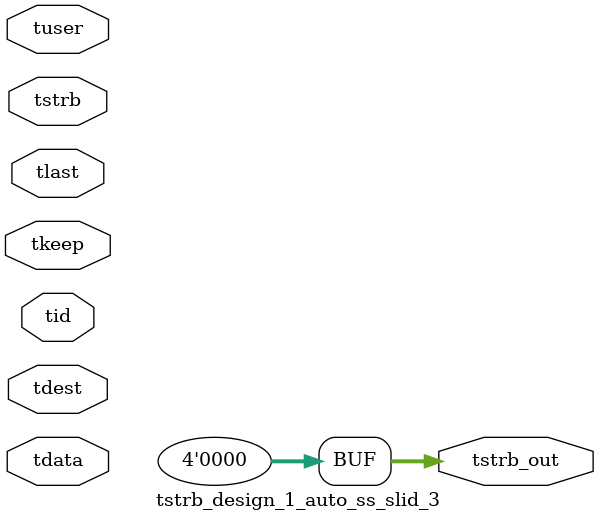
<source format=v>


`timescale 1ps/1ps

module tstrb_design_1_auto_ss_slid_3 #
(
parameter C_S_AXIS_TDATA_WIDTH = 32,
parameter C_S_AXIS_TUSER_WIDTH = 0,
parameter C_S_AXIS_TID_WIDTH   = 0,
parameter C_S_AXIS_TDEST_WIDTH = 0,
parameter C_M_AXIS_TDATA_WIDTH = 32
)
(
input  [(C_S_AXIS_TDATA_WIDTH == 0 ? 1 : C_S_AXIS_TDATA_WIDTH)-1:0     ] tdata,
input  [(C_S_AXIS_TUSER_WIDTH == 0 ? 1 : C_S_AXIS_TUSER_WIDTH)-1:0     ] tuser,
input  [(C_S_AXIS_TID_WIDTH   == 0 ? 1 : C_S_AXIS_TID_WIDTH)-1:0       ] tid,
input  [(C_S_AXIS_TDEST_WIDTH == 0 ? 1 : C_S_AXIS_TDEST_WIDTH)-1:0     ] tdest,
input  [(C_S_AXIS_TDATA_WIDTH/8)-1:0 ] tkeep,
input  [(C_S_AXIS_TDATA_WIDTH/8)-1:0 ] tstrb,
input                                                                    tlast,
output [(C_M_AXIS_TDATA_WIDTH/8)-1:0 ] tstrb_out
);

assign tstrb_out = {1'b0};

endmodule


</source>
